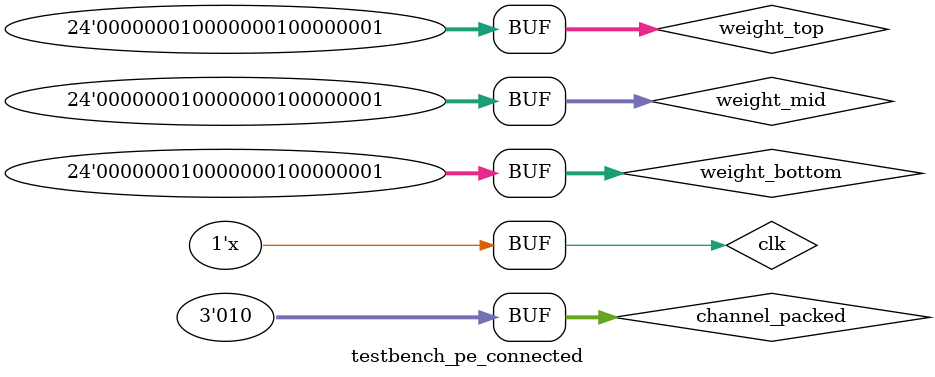
<source format=v>
`timescale 1ns / 1ps
module testbench_pe_connected();
parameter IMG_ROW = 13,WEIGHT_ROW =3 ;

reg[IMG_ROW-1     :0]        start;
reg[IMG_ROW-1     :0]        reset;
reg                          clk;
reg[2             :0]        channel_packed; 
reg[IMG_ROW*8-1   :0]        img;
reg[WEIGHT_ROW*8-1:0]        weight_top;
reg[WEIGHT_ROW*8-1:0]        weight_mid;
reg[WEIGHT_ROW*8-1:0]        weight_bottom;

wire[15:0] test;
pe_connect PE(
    .start(start),
    .reset(reset),
    .clk(clk),
    .channel_packed(channel_packed), 
    .img(img),
    .weight_top(weight_top),
    .weight_mid(weight_mid),
    .weight_bottom(weight_bottom),
    .out_value(test)
    );
    
    always begin #50; clk =!clk; end
    initial begin
        clk =1'b0;
        img = 8'h01;
        start =1'b1;
        weight_top = 23'h010101;
        weight_mid = 23'h010101;
        weight_bottom = 23'h010101;
        channel_packed = 3'b010;
    end
    always @(posedge clk) begin
        img = img<<8;
        img[7:0] = 8'h01;
        start <= start<<1;
        
    end
endmodule

</source>
